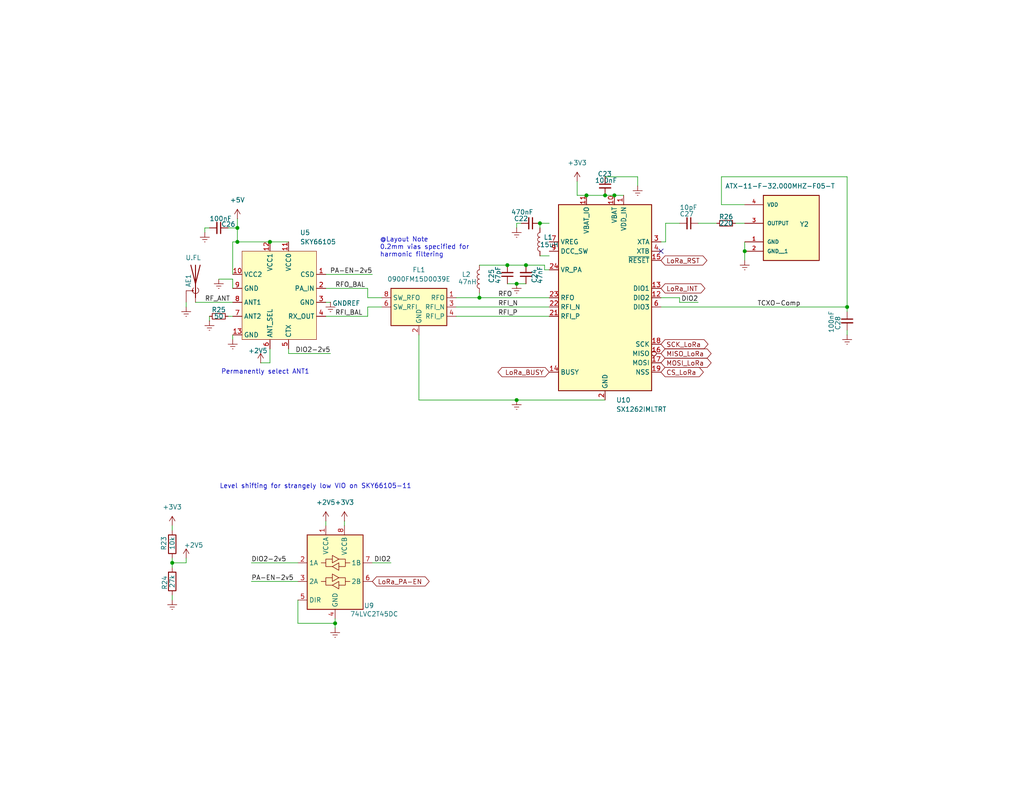
<source format=kicad_sch>
(kicad_sch (version 20250114) (generator "eeschema") (generator_version "9.0")
  (paper "USLetter")
  (title_block (title "WINTER 915MHz LoRa Radio") (date "2025-01-06") (rev "3.3") (company "SparrowTheNerd"))
  (lib_symbols
    (symbol "Device:Antenna_Shield" (pin_numbers (hide yes)) (pin_names (offset 1.016) (hide yes))
      (property "Reference" "AE" (at -1.905 4.445 0))
      (property "Value" "Antenna_Shield" (at -1.905 2.54 0))
      (symbol "Antenna_Shield_0_1"
        (arc (start 0 -2.667) (mid -0.8485 -2.1032) (end -0.508 -1.143))
        (polyline (pts (xy 0 5.08) (xy 0 -3.81)) (stroke (width 0.254)))
        (polyline (pts (xy 0 -2.54) (xy 0 0)))
        (arc (start 0.508 -1.143) (mid 0.8046 -2.0885) (end 0 -2.667))
        (polyline (pts (xy 0.762 -1.905) (xy 2.54 -1.905)))
        (circle (center 0.762 -1.905) (radius 0.1778) (fill (type outline)))
        (polyline (pts (xy 1.27 5.08) (xy 0 0) (xy -1.27 5.08)) (stroke (width 0.254)))
        (polyline (pts (xy 2.54 -2.54) (xy 2.54 -1.905)))
      )
      (symbol "Antenna_Shield_1_1"
        (pin input line (at 0 -5.08 90) (length 2.54) (name "A") (number "1"))
        (pin input line (at 2.54 -5.08 90) (length 2.54) (name "Shield") (number "2"))
      )
    )
    (symbol "Device:C_Small" (pin_numbers (hide yes)) (pin_names (offset 0.254) (hide yes))
      (property "Reference" "C" (at 0.254 1.778 0))
      (property "Value" "C_Small" (at 0.254 -2.032 0))
      (symbol "C_Small_0_1"
        (polyline (pts (xy -1.524 0.508) (xy 1.524 0.508)) (stroke (width 0.3048)))
        (polyline (pts (xy -1.524 -0.508) (xy 1.524 -0.508)) (stroke (width 0.3302)))
      )
      (symbol "C_Small_1_1"
        (pin passive line (at 0 2.54 270) (length 2.032) (name "~") (number "1"))
        (pin passive line (at 0 -2.54 90) (length 2.032) (name "~") (number "2"))
      )
    )
    (symbol "Device:L" (pin_numbers (hide yes)) (pin_names (offset 1.016) (hide yes))
      (property "Reference" "L" (at -1.27 0 90))
      (property "Value" "L" (at 1.905 0 90))
      (symbol "L_0_1"
        (arc (start 0 2.54) (mid 0.6323 1.905) (end 0 1.27))
        (arc (start 0 1.27) (mid 0.6323 0.635) (end 0 0))
        (arc (start 0 0) (mid 0.6323 -0.635) (end 0 -1.27))
        (arc (start 0 -1.27) (mid 0.6323 -1.905) (end 0 -2.54))
      )
      (symbol "L_1_1"
        (pin passive line (at 0 3.81 270) (length 1.27) (name "1") (number "1"))
        (pin passive line (at 0 -3.81 90) (length 1.27) (name "2") (number "2"))
      )
    )
    (symbol "Device:R" (pin_numbers (hide yes)) (pin_names (offset 0))
      (property "Reference" "R" (at 2.032 0 90))
      (property "Value" "R" (at 0 0 90))
      (symbol "R_0_1"
        (rectangle (start -1.016 -2.54) (end 1.016 2.54) (stroke (width 0.254)))
      )
      (symbol "R_1_1"
        (pin passive line (at 0 3.81 270) (length 1.27) (name "~") (number "1"))
        (pin passive line (at 0 -3.81 90) (length 1.27) (name "~") (number "2"))
      )
    )
    (symbol "Device:R_Small" (pin_numbers (hide yes)) (pin_names (offset 0.254) (hide yes))
      (property "Reference" "R" (at 0 0 90))
      (property "Value" "R_Small" (at 1.778 0 90))
      (symbol "R_Small_0_1"
        (rectangle (start -0.762 1.778) (end 0.762 -1.778) (stroke (width 0.2032)))
      )
      (symbol "R_Small_1_1"
        (pin passive line (at 0 2.54 270) (length 0.762) (name "~") (number "1"))
        (pin passive line (at 0 -2.54 90) (length 0.762) (name "~") (number "2"))
      )
    )
    (symbol "Filter:0900FM15K0039"
      (property "Reference" "FL" (at -6.35 -6.35 0))
      (property "Value" "0900FM15K0039" (at 0 6.35 0))
      (symbol "0900FM15K0039_0_0"
        (pin passive line (at -10.16 2.54 0) (length 2.54) (name "RFO") (number "1"))
        (pin passive line (at -10.16 0 0) (length 2.54) (name "RFI_N") (number "3"))
        (pin passive line (at -10.16 -2.54 0) (length 2.54) (name "RFI_P") (number "4"))
        (pin passive line (at 0 -7.62 90) (length 2.54) (hide yes) (name "GND") (number "10"))
        (pin power_in line (at 0 -7.62 90) (length 2.54) (name "GND") (number "2"))
        (pin passive line (at 0 -7.62 90) (length 2.54) (hide yes) (name "GND") (number "5"))
        (pin passive line (at 0 -7.62 90) (length 2.54) (hide yes) (name "GND") (number "7"))
        (pin passive line (at 0 -7.62 90) (length 2.54) (hide yes) (name "GND") (number "9"))
        (pin passive line (at 10.16 2.54 180) (length 2.54) (name "SW_RFO") (number "8"))
        (pin passive line (at 10.16 0 180) (length 2.54) (name "SW_RFI") (number "6"))
      )
      (symbol "0900FM15K0039_0_1"
        (rectangle (start -7.62 5.08) (end 7.62 -5.08) (stroke (width 0.254)) (fill (type background)))
      )
    )
    (symbol "Logic_LevelTranslator:74LVC2T45DC"
      (property "Reference" "U" (at 6.35 -11.43 0))
      (property "Value" "74LVC2T45DC" (at 10.16 11.43 0))
      (symbol "74LVC2T45DC_1_1"
        (rectangle (start -7.62 10.16) (end 7.62 -10.16) (stroke (width 0.254)) (fill (type background)))
        (polyline (pts (xy -2.54 2.54) (xy -2.54 3.556) (xy -0.762 3.556)))
        (polyline (pts (xy -2.54 -2.54) (xy -2.54 -1.524) (xy -0.762 -1.524)))
        (polyline (pts (xy -0.762 2.54) (xy -0.762 4.572) (xy 1.016 3.556) (xy -0.762 2.54)))
        (polyline (pts (xy -0.762 1.524) (xy -2.54 1.524) (xy -2.54 2.54) (xy -3.81 2.54)))
        (polyline (pts (xy -0.762 -2.54) (xy -0.762 -0.508) (xy 1.016 -1.524) (xy -0.762 -2.54)))
        (polyline (pts (xy -0.762 -3.556) (xy -2.54 -3.556) (xy -2.54 -2.54) (xy -3.81 -2.54)))
        (polyline (pts (xy 1.016 3.556) (xy 2.794 3.556) (xy 2.794 2.54) (xy 4.064 2.54)))
        (polyline (pts (xy 1.016 2.54) (xy 1.016 0.762) (xy 1.016 0.508) (xy -0.762 1.524) (xy 1.016 2.54)))
        (polyline (pts (xy 1.016 -1.524) (xy 2.794 -1.524) (xy 2.794 -2.54) (xy 4.064 -2.54)))
        (polyline (pts (xy 1.016 -2.54) (xy 1.016 -4.318) (xy 1.016 -4.572) (xy -0.762 -3.556) (xy 1.016 -2.54)))
        (polyline (pts (xy 2.794 2.54) (xy 2.794 1.524) (xy 1.016 1.524)))
        (polyline (pts (xy 2.794 -2.54) (xy 2.794 -3.556) (xy 1.016 -3.556)))
        (pin bidirectional line (at -10.16 2.54 0) (length 2.54) (name "1A") (number "2"))
        (pin bidirectional line (at -10.16 -2.54 0) (length 2.54) (name "2A") (number "3"))
        (pin input line (at -10.16 -7.62 0) (length 2.54) (name "DIR") (number "5"))
        (pin power_in line (at -2.54 12.7 270) (length 2.54) (name "VCCA") (number "1"))
        (pin power_in line (at 0 -12.7 90) (length 2.54) (name "GND") (number "4"))
        (pin power_in line (at 2.54 12.7 270) (length 2.54) (name "VCCB") (number "8"))
        (pin bidirectional line (at 10.16 2.54 180) (length 2.54) (name "1B") (number "7"))
        (pin bidirectional line (at 10.16 -2.54 180) (length 2.54) (name "2B") (number "6"))
      )
    )
    (symbol "RF:SX1262IMLTRT"
      (property "Reference" "U" (at 13.97 24.13 0))
      (property "Value" "SX1262IMLTRT" (at 13.97 21.59 0))
      (symbol "SX1262IMLTRT_0_1"
        (rectangle (start -12.7 25.4) (end 12.7 -25.4) (stroke (width 0.254)) (fill (type background)))
      )
      (symbol "SX1262IMLTRT_1_1"
        (pin bidirectional line (at -15.24 15.24 0) (length 2.54) (name "XTA") (number "3"))
        (pin bidirectional line (at -15.24 12.7 0) (length 2.54) (name "XTB") (number "4"))
        (pin input line (at -15.24 10.16 0) (length 2.54) (name "~{RESET}") (number "15"))
        (pin bidirectional line (at -15.24 2.54 0) (length 2.54) (name "DIO1") (number "13"))
        (pin bidirectional line (at -15.24 0 0) (length 2.54) (name "DIO2") (number "12"))
        (pin bidirectional line (at -15.24 -2.54 0) (length 2.54) (name "DIO3") (number "6"))
        (pin input line (at -15.24 -12.7 0) (length 2.54) (name "SCK") (number "18"))
        (pin tri_state inverted (at -15.24 -15.24 0) (length 2.54) (name "MISO") (number "16"))
        (pin input line (at -15.24 -17.78 0) (length 2.54) (name "MOSI") (number "17"))
        (pin input line (at -15.24 -20.32 0) (length 2.54) (name "NSS") (number "19"))
        (pin power_in line (at -5.08 27.94 270) (length 2.54) (name "VDD_IN") (number "1"))
        (pin power_in line (at -2.54 27.94 270) (length 2.54) (name "VBAT") (number "10"))
        (pin power_in line (at 0 -27.94 90) (length 2.54) (name "GND") (number "2"))
        (pin passive line (at 0 -27.94 90) (length 2.54) (hide yes) (name "GND") (number "20"))
        (pin passive line (at 0 -27.94 90) (length 2.54) (hide yes) (name "GND") (number "25"))
        (pin passive line (at 0 -27.94 90) (length 2.54) (hide yes) (name "GND") (number "5"))
        (pin passive line (at 0 -27.94 90) (length 2.54) (hide yes) (name "GND") (number "8"))
        (pin power_in line (at 5.08 27.94 270) (length 2.54) (name "VBAT_IO") (number "11"))
        (pin power_out line (at 15.24 15.24 180) (length 2.54) (name "VREG") (number "7"))
        (pin power_out line (at 15.24 12.7 180) (length 2.54) (name "DCC_SW") (number "9"))
        (pin power_out line (at 15.24 7.62 180) (length 2.54) (name "VR_PA") (number "24"))
        (pin output line (at 15.24 0 180) (length 2.54) (name "RFO") (number "23"))
        (pin input line (at 15.24 -2.54 180) (length 2.54) (name "RFI_N") (number "22"))
        (pin input line (at 15.24 -5.08 180) (length 2.54) (name "RFI_P") (number "21"))
        (pin output line (at 15.24 -20.32 180) (length 2.54) (name "BUSY") (number "14"))
      )
    )
    (symbol "WINTER_components:ATX-11-F-32.000MHZ-F05-T" (pin_names (offset 1.016))
      (property "Reference" "Y" (at -7.62 8.382 0))
      (property "Value" "ATX-11-F-32.000MHZ-F05-T" (at -7.62 -10.922 0))
      (symbol "ATX-11-F-32.000MHZ-F05-T_0_0"
        (rectangle (start -7.62 7.62) (end 7.62 -10.16) (stroke (width 0.254)) (fill (type background)))
        (pin power_in line (at 12.7 5.08 180) (length 5.08) (name "VDD") (number "4"))
        (pin output line (at 12.7 0 180) (length 5.08) (name "OUTPUT") (number "3"))
        (pin power_in line (at 12.7 -5.08 180) (length 5.08) (name "GND") (number "1"))
        (pin power_in line (at 12.7 -7.62 180) (length 5.08) (name "GND__1") (number "2"))
      )
    )
    (symbol "WINTER_components:SKY66105-11"
      (property "Reference" "U" (at 0 0 0))
      (symbol "SKY66105-11_0_1"
        (rectangle (start -10.16 12.7) (end 10.16 -11.43) (stroke (width 0.127) (color 132 0 0 1)) (fill (type background)))
      )
      (symbol "SKY66105-11_1_1"
        (pin input line (at -12.7 6.35 0) (length 2.54) (name "CSD") (number "1"))
        (pin input line (at -12.7 2.54 0) (length 2.54) (name "PA_IN") (number "2"))
        (pin power_in line (at -12.7 -1.27 0) (length 2.54) (name "GND") (number "3"))
        (pin output line (at -12.7 -5.08 0) (length 2.54) (name "RX_OUT") (number "4"))
        (pin power_in line (at -2.54 15.24 270) (length 2.54) (name "VCC0") (number "11"))
        (pin input line (at -2.54 -13.97 90) (length 2.54) (name "CTX") (number "5"))
        (pin power_in line (at 2.54 15.24 270) (length 2.54) (name "VCC1") (number "12"))
        (pin input line (at 2.54 -13.97 90) (length 2.54) (name "ANT_SEL") (number "6"))
        (pin power_in line (at 12.7 6.35 180) (length 2.54) (name "VCC2") (number "10"))
        (pin power_in line (at 12.7 2.54 180) (length 2.54) (name "GND") (number "9"))
        (pin output line (at 12.7 -1.27 180) (length 2.54) (name "ANT1") (number "8"))
        (pin output line (at 12.7 -5.08 180) (length 2.54) (name "ANT2") (number "7"))
        (pin power_in line (at 12.7 -10.16 180) (length 2.54) (name "GND") (number "13"))
      )
    )
    (symbol "power:+3V0" (power) (pin_numbers (hide yes)) (pin_names (offset 0) (hide yes))
      (property "Value" "+3V0" (at 0 3.556 0))
      (symbol "+3V0_0_1"
        (polyline (pts (xy -0.762 1.27) (xy 0 2.54)))
        (polyline (pts (xy 0 2.54) (xy 0.762 1.27)))
        (polyline (pts (xy 0 0) (xy 0 2.54)))
      )
      (symbol "+3V0_1_1"
        (pin power_in line (at 0 0 90) (length 0) (name "~") (number "1"))
      )
    )
    (symbol "power:+3V3" (power) (pin_numbers (hide yes)) (pin_names (offset 0) (hide yes))
      (property "Value" "+3V3" (at 0 3.556 0))
      (symbol "+3V3_0_1"
        (polyline (pts (xy -0.762 1.27) (xy 0 2.54)))
        (polyline (pts (xy 0 2.54) (xy 0.762 1.27)))
        (polyline (pts (xy 0 0) (xy 0 2.54)))
      )
      (symbol "+3V3_1_1"
        (pin power_in line (at 0 0 90) (length 0) (name "~") (number "1"))
      )
    )
    (symbol "power:+5V" (power) (pin_numbers (hide yes)) (pin_names (offset 0) (hide yes))
      (property "Value" "+5V" (at 0 3.556 0))
      (symbol "+5V_0_1"
        (polyline (pts (xy -0.762 1.27) (xy 0 2.54)))
        (polyline (pts (xy 0 2.54) (xy 0.762 1.27)))
        (polyline (pts (xy 0 0) (xy 0 2.54)))
      )
      (symbol "+5V_1_1"
        (pin power_in line (at 0 0 90) (length 0) (name "~") (number "1"))
      )
    )
    (symbol "power:GNDREF" (power) (pin_numbers (hide yes)) (pin_names (offset 0) (hide yes))
      (property "Value" "GNDREF" (at 0 -3.81 0))
      (symbol "GNDREF_0_1"
        (polyline (pts (xy -0.635 -1.905) (xy 0.635 -1.905)))
        (polyline (pts (xy -0.127 -2.54) (xy 0.127 -2.54)))
        (polyline (pts (xy 0 -1.27) (xy 0 0)))
        (polyline (pts (xy 1.27 -1.27) (xy -1.27 -1.27)))
      )
      (symbol "GNDREF_1_1"
        (pin power_in line (at 0 0 270) (length 0) (name "~") (number "1"))
      )
    )
  )
  (text "Permanently select ANT1\n" (at 72.39 101.6 0) (effects (font (size 1.27 1.27))))
  (text "@Layout Note\n0.2mm vias specified for \nharmonic filtering" (at 103.632 67.564 0) (effects (font (size 1.27 1.27)) (justify left)))
  (text "Level shifting for strangely low VIO on SKY66105-11" (at 86.106 132.842 0) (effects (font (size 1.27 1.27))))
  (junction (at 130.81 81.28))
  (junction (at 140.97 109.22))
  (junction (at 165.1 53.34))
  (junction (at 46.99 153.67))
  (junction (at 138.43 72.39))
  (junction (at 64.77 66.04))
  (junction (at 167.64 53.34))
  (junction (at 73.66 66.04))
  (junction (at 203.2 68.58))
  (junction (at 160.02 53.34))
  (junction (at 64.77 62.23))
  (junction (at 231.14 83.82))
  (junction (at 140.97 77.47))
  (junction (at 147.32 60.96))
  (junction (at 91.44 170.18))
  (junction (at 143.51 72.39))
  (no_connect (at 180.34 68.58))
  (wire (pts (xy 138.43 77.47) (xy 140.97 77.47)))
  (wire (pts (xy 196.85 48.26) (xy 231.14 48.26)))
  (wire (pts (xy 200.66 60.96) (xy 203.2 60.96)))
  (wire (pts (xy 46.99 153.67) (xy 46.99 154.94)))
  (wire (pts (xy 124.46 86.36) (xy 149.86 86.36)))
  (wire (pts (xy 231.14 48.26) (xy 231.14 83.82)))
  (wire (pts (xy 91.44 171.45) (xy 91.44 170.18)))
  (wire (pts (xy 78.74 96.52) (xy 78.74 95.25)))
  (wire (pts (xy 53.34 82.55) (xy 63.5 82.55)))
  (wire (pts (xy 63.5 92.71) (xy 63.5 91.44)))
  (wire (pts (xy 114.3 109.22) (xy 140.97 109.22)))
  (wire (pts (xy 63.5 78.74) (xy 63.5 76.2)))
  (wire (pts (xy 185.42 81.28) (xy 180.34 81.28)))
  (wire (pts (xy 100.33 78.74) (xy 88.9 78.74)))
  (wire (pts (xy 68.58 158.75) (xy 81.28 158.75)))
  (wire (pts (xy 88.9 86.36) (xy 100.33 86.36)))
  (wire (pts (xy 88.9 82.55) (xy 90.17 82.55)))
  (wire (pts (xy 165.1 48.26) (xy 173.99 48.26)))
  (wire (pts (xy 57.15 62.23) (xy 55.88 62.23)))
  (wire (pts (xy 46.99 163.83) (xy 46.99 162.56)))
  (wire (pts (xy 124.46 83.82) (xy 149.86 83.82)))
  (wire (pts (xy 63.5 66.04) (xy 64.77 66.04)))
  (wire (pts (xy 73.66 99.06) (xy 71.12 99.06)))
  (wire (pts (xy 140.97 109.22) (xy 165.1 109.22)))
  (wire (pts (xy 231.14 90.17) (xy 231.14 91.44)))
  (wire (pts (xy 100.33 81.28) (xy 104.14 81.28)))
  (wire (pts (xy 81.28 170.18) (xy 91.44 170.18)))
  (wire (pts (xy 203.2 68.58) (xy 203.2 71.12)))
  (wire (pts (xy 138.43 72.39) (xy 143.51 72.39)))
  (wire (pts (xy 190.5 60.96) (xy 195.58 60.96)))
  (wire (pts (xy 140.97 60.96) (xy 142.24 60.96)))
  (wire (pts (xy 148.59 73.66) (xy 149.86 73.66)))
  (wire (pts (xy 50.8 152.4) (xy 50.8 153.67)))
  (wire (pts (xy 160.02 53.34) (xy 165.1 53.34)))
  (wire (pts (xy 64.77 59.69) (xy 64.77 62.23)))
  (wire (pts (xy 181.61 60.96) (xy 185.42 60.96)))
  (wire (pts (xy 130.81 72.39) (xy 138.43 72.39)))
  (wire (pts (xy 63.5 76.2) (xy 59.69 76.2)))
  (wire (pts (xy 50.8 82.55) (xy 50.8 83.82)))
  (wire (pts (xy 124.46 81.28) (xy 130.81 81.28)))
  (wire (pts (xy 167.64 53.34) (xy 170.18 53.34)))
  (wire (pts (xy 68.58 153.67) (xy 81.28 153.67)))
  (wire (pts (xy 165.1 53.34) (xy 167.64 53.34)))
  (wire (pts (xy 93.98 142.24) (xy 93.98 143.51)))
  (wire (pts (xy 180.34 83.82) (xy 231.14 83.82)))
  (wire (pts (xy 157.48 49.53) (xy 157.48 53.34)))
  (wire (pts (xy 181.61 66.04) (xy 181.61 60.96)))
  (wire (pts (xy 62.23 86.36) (xy 63.5 86.36)))
  (wire (pts (xy 181.61 66.04) (xy 180.34 66.04)))
  (wire (pts (xy 148.59 72.39) (xy 148.59 73.66)))
  (wire (pts (xy 90.17 96.52) (xy 78.74 96.52)))
  (wire (pts (xy 64.77 62.23) (xy 64.77 66.04)))
  (wire (pts (xy 100.33 86.36) (xy 100.33 83.82)))
  (wire (pts (xy 63.5 66.04) (xy 63.5 74.93)))
  (wire (pts (xy 185.42 82.55) (xy 190.5 82.55)))
  (wire (pts (xy 185.42 82.55) (xy 185.42 81.28)))
  (wire (pts (xy 57.15 86.36) (xy 57.15 87.63)))
  (wire (pts (xy 64.77 66.04) (xy 73.66 66.04)))
  (wire (pts (xy 130.81 81.28) (xy 149.86 81.28)))
  (wire (pts (xy 173.99 48.26) (xy 173.99 50.8)))
  (wire (pts (xy 147.32 69.85) (xy 149.86 69.85)))
  (wire (pts (xy 143.51 72.39) (xy 148.59 72.39)))
  (wire (pts (xy 130.81 80.01) (xy 130.81 81.28)))
  (wire (pts (xy 140.97 62.23) (xy 140.97 60.96)))
  (wire (pts (xy 73.66 95.25) (xy 73.66 99.06)))
  (wire (pts (xy 62.23 62.23) (xy 64.77 62.23)))
  (wire (pts (xy 203.2 55.88) (xy 196.85 55.88)))
  (wire (pts (xy 91.44 170.18) (xy 91.44 168.91)))
  (wire (pts (xy 46.99 143.51) (xy 46.99 144.78)))
  (wire (pts (xy 114.3 91.44) (xy 114.3 109.22)))
  (wire (pts (xy 157.48 53.34) (xy 160.02 53.34)))
  (wire (pts (xy 100.33 81.28) (xy 100.33 78.74)))
  (wire (pts (xy 196.85 48.26) (xy 196.85 55.88)))
  (wire (pts (xy 81.28 163.83) (xy 81.28 170.18)))
  (wire (pts (xy 73.66 66.04) (xy 78.74 66.04)))
  (wire (pts (xy 46.99 152.4) (xy 46.99 153.67)))
  (wire (pts (xy 55.88 62.23) (xy 55.88 63.5)))
  (wire (pts (xy 147.32 60.96) (xy 149.86 60.96)))
  (wire (pts (xy 203.2 68.58) (xy 203.2 66.04)))
  (wire (pts (xy 50.8 153.67) (xy 46.99 153.67)))
  (wire (pts (xy 88.9 142.24) (xy 88.9 143.51)))
  (wire (pts (xy 231.14 85.09) (xy 231.14 83.82)))
  (wire (pts (xy 101.6 153.67) (xy 106.68 153.67)))
  (wire (pts (xy 140.97 77.47) (xy 143.51 77.47)))
  (wire (pts (xy 100.33 83.82) (xy 104.14 83.82)))
  (wire (pts (xy 88.9 74.93) (xy 101.6 74.93)))
  (wire (pts (xy 147.32 62.23) (xy 147.32 60.96)))
  (label "DIO2" (at 190.5 82.55 180))
  (label "RF_ANT" (at 55.88 82.55 0))
  (label "RFI_P" (at 135.89 86.36 0))
  (label "RFO" (at 135.89 81.28 0))
  (label "DIO2" (at 106.68 153.67 180))
  (label "RFI_N" (at 135.89 83.82 0))
  (label "DIO2-2v5" (at 90.17 96.52 180))
  (label "TCXO-Comp" (at 218.44 83.82 180))
  (label "PA-EN-2v5" (at 68.58 158.75 0))
  (label "DIO2-2v5" (at 68.58 153.67 0))
  (label "RFI_BAL" (at 91.44 86.36 0))
  (label "PA-EN-2v5" (at 101.6 74.93 180))
  (label "RFO_BAL" (at 91.44 78.74 0))
  (global_label "LoRa_PA-EN" (shape bidirectional) (at 101.6 158.75 0) (property "Intersheetrefs" "${INTERSHEET_REFS}" (effects (hide yes))))
  (global_label "MOSI_LoRa" (shape bidirectional) (at 180.34 99.06 0) (property "Intersheetrefs" "${INTERSHEET_REFS}" (effects (hide yes))))
  (global_label "CS_LoRa" (shape bidirectional) (at 180.34 101.6 0) (property "Intersheetrefs" "${INTERSHEET_REFS}" (effects (hide yes))))
  (global_label "LoRa_INT" (shape bidirectional) (at 180.34 78.74 0) (property "Intersheetrefs" "${INTERSHEET_REFS}" (effects (hide yes))))
  (global_label "SCK_LoRa" (shape bidirectional) (at 180.34 93.98 0) (property "Intersheetrefs" "${INTERSHEET_REFS}" (effects (hide yes))))
  (global_label "LoRa_BUSY" (shape bidirectional) (at 149.86 101.6 180) (property "Intersheetrefs" "${INTERSHEET_REFS}" (effects (hide yes))))
  (global_label "LoRa_RST" (shape bidirectional) (at 180.34 71.12 0) (property "Intersheetrefs" "${INTERSHEET_REFS}" (effects (hide yes))))
  (global_label "MISO_LoRa" (shape bidirectional) (at 180.34 96.52 0) (property "Intersheetrefs" "${INTERSHEET_REFS}" (effects (hide yes))))
  (symbol (lib_id "Device:C_Small") (at 165.1 50.8 0) (unit 1)
    (property "Reference" "C23" (at 163.068 47.498 0) (effects (justify left)))
    (property "Value" "100nF" (at 162.306 49.276 0) (effects (justify left)))
    (property "Footprint" "Capacitor_SMD:C_0603_1608Metric" (effects (hide yes)))
    (property "Description" "Unpolarized capacitor, small symbol" (effects (hide yes)))
    (property "Product ID" "CL10B104KB8NNNL" (effects (hide yes)))
    (property "LCSC" "C1590" (effects (hide yes)))
  )
  (symbol (lib_id "power:GNDREF") (at 90.17 82.55 0) (mirror y) (unit 1)
    (property "Reference" "#PWR0142" (effects (hide yes)))
    (property "Value" "GNDREF" (at 94.488 82.804 0))
    (property "Description" "Power symbol creates a global label with name \"GNDREF\" , reference supply ground" (effects (hide yes)))
  )
  (symbol (lib_id "power:GNDREF") (at 140.97 62.23 0) (mirror y) (unit 1)
    (property "Reference" "#PWR0152" (effects (hide yes)))
    (property "Value" "GNDREF" (effects (hide yes)))
    (property "Description" "Power symbol creates a global label with name \"GNDREF\" , reference supply ground" (effects (hide yes)))
  )
  (symbol (lib_id "power:GNDREF") (at 140.97 77.47 0) (mirror y) (unit 1)
    (property "Reference" "#PWR0149" (effects (hide yes)))
    (property "Value" "GNDREF" (effects (hide yes)))
    (property "Description" "Power symbol creates a global label with name \"GNDREF\" , reference supply ground" (effects (hide yes)))
  )
  (symbol (lib_id "Device:Antenna_Shield") (at 53.34 77.47 0) (mirror y) (unit 1)
    (property "Reference" "AE1" (at 51.4036 78.457 90) (effects (justify left)))
    (property "Value" "U.FL" (at 54.864 70.358 0) (effects (justify left)))
    (property "Footprint" "Connector_Coaxial:U.FL_Molex_MCRF_73412-0110_Vertical" (effects (hide yes)))
    (property "Description" "Antenna with extra pin for shielding" (effects (hide yes)))
    (property "Product ID" "73412-0110" (effects (hide yes)))
    (property "LCSC" "C434806" (effects (hide yes)))
    (property "Mouser ID" "538-73412-0110 " (effects (hide yes)))
  )
  (symbol (lib_id "Device:R_Small") (at 198.12 60.96 270) (unit 1)
    (property "Reference" "R26" (at 198.12 59.182 90))
    (property "Value" "220" (at 198.12 60.96 90))
    (property "Footprint" "Resistor_SMD:R_0603_1608Metric" (effects (hide yes)))
    (property "Description" "Resistor, small symbol" (effects (hide yes)))
    (property "LCSC" "C25091" (effects (hide yes)))
    (property "Product ID" "CRGCQ0603J220R" (effects (hide yes)))
  )
  (symbol (lib_id "Device:R_Small") (at 59.69 86.36 270) (unit 1)
    (property "Reference" "R25" (at 59.69 84.582 90))
    (property "Value" "50" (at 59.69 86.36 90))
    (property "Footprint" "Resistor_SMD:R_0402_1005Metric" (effects (hide yes)))
    (property "Description" "Resistor, small symbol" (effects (hide yes)))
    (property "LCSC" "C227387" (effects (hide yes)))
    (property "Product ID" "RT0402BRE0750RL" (effects (hide yes)))
  )
  (symbol (lib_id "power:GNDREF") (at 173.99 50.8 0) (mirror y) (unit 1)
    (property "Reference" "#PWR0154" (effects (hide yes)))
    (property "Value" "GNDREF" (effects (hide yes)))
    (property "Description" "Power symbol creates a global label with name \"GNDREF\" , reference supply ground" (effects (hide yes)))
  )
  (symbol (lib_id "WINTER_components:ATX-11-F-32.000MHZ-F05-T") (at 215.9 60.96 0) (mirror y) (unit 1)
    (property "Reference" "Y2" (at 219.456 61.214 0))
    (property "Value" "ATX-11-F-32.000MHZ-F05-T" (at 212.852 50.8 0))
    (property "Footprint" "WINTERfootprints:OSC_ATX-11-F-32.000MHZ-F05-T" (effects (hide yes)))
    (property "PARTREV" "11-11-20" (effects (hide yes)))
    (property "MANUFACTURER" "Abracon" (effects (hide yes)))
    (property "MAXIMUM_PACKAGE_HEIGHT" "1.2mm" (effects (hide yes)))
    (property "STANDARD" "Manufacturer Recommendations" (effects (hide yes)))
    (property "Product ID" "ATX-11-F-32.000MHZ-F05-T" (effects (hide yes)))
    (property "LCSC" "C5978624" (effects (hide yes)))
  )
  (symbol (lib_id "Device:R") (at 46.99 148.59 0) (unit 1)
    (property "Reference" "R23" (at 44.704 148.336 90))
    (property "Value" "10k" (at 46.99 148.336 90))
    (property "Footprint" "Resistor_SMD:R_0603_1608Metric" (effects (hide yes)))
    (property "Description" "Resistor" (effects (hide yes)))
    (property "Product ID" "ERJ-PA3F1002V" (effects (hide yes)))
    (property "LCSC" "C21190" (effects (hide yes)))
  )
  (symbol (lib_id "RF:SX1262IMLTRT") (at 165.1 81.28 0) (mirror y) (unit 1)
    (property "Reference" "U10" (at 168.1165 109.22 0) (effects (justify right)))
    (property "Value" "SX1262IMLTRT" (at 168.1165 111.76 0) (effects (justify right)))
    (property "Footprint" "Package_DFN_QFN:QFN-24-1EP_4x4mm_P0.5mm_EP2.6x2.6mm" (effects (hide yes)))
    (property "Datasheet" "https://semtech.file.force.com/sfc/dist/version/download/?oid=00DE0000000JelG&ids=0682R00000IjPWSQA3&d=%2Fa%2F2R000000Un7F%2FyT.fKdAr9ZAo3cJLc4F2cBdUsMftpT2vsOICP7NmvMo" (effects (hide yes)))
    (property "Description" "150 MHz to 960 MHz Low Power Long Range Transceiver, 22dBm output power, spreading factor from 5 to 12, LoRA, QFN-24" (effects (hide yes)))
    (property "Product ID" "SX1262IMLTRT" (effects (hide yes)))
    (property "LCSC" "C191341" (effects (hide yes)))
  )
  (symbol (lib_id "power:GNDREF") (at 57.15 87.63 0) (mirror y) (unit 1)
    (property "Reference" "#PWR0146" (effects (hide yes)))
    (property "Value" "GNDREF" (effects (hide yes)))
    (property "Description" "Power symbol creates a global label with name \"GNDREF\" , reference supply ground" (effects (hide yes)))
  )
  (symbol (lib_id "power:GNDREF") (at 231.14 91.44 0) (mirror y) (unit 1)
    (property "Reference" "#PWR0153" (effects (hide yes)))
    (property "Value" "GNDREF" (effects (hide yes)))
    (property "Description" "Power symbol creates a global label with name \"GNDREF\" , reference supply ground" (effects (hide yes)))
  )
  (symbol (lib_id "WINTER_components:SKY66105-11") (at 76.2 81.28 0) (mirror y) (unit 1)
    (property "Reference" "U5" (at 81.8581 63.5 0) (effects (justify right)))
    (property "Value" "SKY66105" (at 81.8581 66.04 0) (effects (justify right)))
    (property "Footprint" "WINTERfootprints:SKY66105-11" (effects (hide yes)))
    (property "LCSC" "C2654446" (effects (hide yes)))
    (property "Product ID" "SKY66105" (effects (hide yes)))
  )
  (symbol (lib_id "power:+3V3") (at 93.98 142.24 0) (unit 1)
    (property "Reference" "#PWR0158" (effects (hide yes)))
    (property "Value" "+3V3" (at 93.98 137.16 0))
    (property "Description" "Power symbol creates a global label with name \"+3V3\"" (effects (hide yes)))
  )
  (symbol (lib_id "power:GNDREF") (at 50.8 83.82 0) (mirror y) (unit 1)
    (property "Reference" "#PWR0147" (effects (hide yes)))
    (property "Value" "GNDREF" (effects (hide yes)))
    (property "Description" "Power symbol creates a global label with name \"GNDREF\" , reference supply ground" (effects (hide yes)))
  )
  (symbol (lib_id "power:+5V") (at 64.77 59.69 0) (unit 1)
    (property "Reference" "#PWR0148" (effects (hide yes)))
    (property "Value" "+5V" (at 64.77 54.61 0))
    (property "Description" "Power symbol creates a global label with name \"+5V\"" (effects (hide yes)))
  )
  (symbol (lib_id "power:+3V0") (at 50.8 152.4 0) (unit 1)
    (property "Reference" "#PWR0161" (effects (hide yes)))
    (property "Value" "+2V5" (at 52.832 148.844 0))
    (property "Description" "Power symbol creates a global label with name \"+3V0\"" (effects (hide yes)))
  )
  (symbol (lib_id "Filter:0900FM15K0039") (at 114.3 83.82 0) (mirror y) (unit 1)
    (property "Reference" "FL1" (at 114.3 73.66 0))
    (property "Value" "0900FM15D0039E" (at 114.3 76.2 0))
    (property "Footprint" "RF_Converter:Balun_Johanson_0900FM15K0039" (effects (hide yes)))
    (property "Datasheet" "https://www.johansontechnology.com/datasheets/0900FM15K0039/0900FM15K0039.pdf" (effects (hide yes)))
    (property "Description" "868MHz/915MHz Sub-GHz Impedance Matched Filter integrated passive for Semtech SX1261, SX1262, LLCC68" (effects (hide yes)))
    (property "Product ID" "0900FM15D0039E" (effects (hide yes)))
    (property "LCSC" "C1513363" (effects (hide yes)))
  )
  (symbol (lib_id "power:GNDREF") (at 203.2 71.12 0) (mirror y) (unit 1)
    (property "Reference" "#PWR0155" (effects (hide yes)))
    (property "Value" "GNDREF" (effects (hide yes)))
    (property "Description" "Power symbol creates a global label with name \"GNDREF\" , reference supply ground" (effects (hide yes)))
  )
  (symbol (lib_id "power:GNDREF") (at 91.44 171.45 0) (mirror y) (unit 1)
    (property "Reference" "#PWR0160" (effects (hide yes)))
    (property "Value" "GNDREF" (effects (hide yes)))
    (property "Description" "Power symbol creates a global label with name \"GNDREF\" , reference supply ground" (effects (hide yes)))
  )
  (symbol (lib_id "Device:C_Small") (at 231.14 87.63 0) (unit 1)
    (property "Reference" "C28" (at 228.6 90.17 90) (effects (justify left)))
    (property "Value" "100nF" (at 226.822 90.932 90) (effects (justify left)))
    (property "Footprint" "Capacitor_SMD:C_0603_1608Metric" (effects (hide yes)))
    (property "Description" "Unpolarized capacitor, small symbol" (effects (hide yes)))
    (property "Product ID" "CL10B104KB8NNNL" (effects (hide yes)))
    (property "LCSC" "C1590" (effects (hide yes)))
  )
  (symbol (lib_id "Device:C_Small") (at 59.69 62.23 270) (unit 1)
    (property "Reference" "C26" (at 60.3622 61.2304 90) (effects (justify left)))
    (property "Value" "100nF" (at 57.15 59.69 90) (effects (justify left)))
    (property "Footprint" "Capacitor_SMD:C_0603_1608Metric" (effects (hide yes)))
    (property "Description" "Unpolarized capacitor, small symbol" (effects (hide yes)))
    (property "Product ID" "CL10B104KB8NNNL" (effects (hide yes)))
    (property "LCSC" "C1590" (effects (hide yes)))
  )
  (symbol (lib_id "Device:C_Small") (at 138.43 74.93 180) (unit 1)
    (property "Reference" "C25" (at 134.112 73.406 90) (effects (justify left)))
    (property "Value" "47pF" (at 135.89 72.644 90) (effects (justify left)))
    (property "Footprint" "Capacitor_SMD:C_0201_0603Metric" (effects (hide yes)))
    (property "Description" "Unpolarized capacitor, small symbol" (effects (hide yes)))
    (property "Product ID" "GCM0335C1E470JA16D" (effects (hide yes)))
    (property "LCSC" "C85908" (effects (hide yes)))
  )
  (symbol (lib_id "power:GNDREF") (at 46.99 163.83 0) (mirror y) (unit 1)
    (property "Reference" "#PWR0156" (effects (hide yes)))
    (property "Value" "GNDREF" (effects (hide yes)))
    (property "Description" "Power symbol creates a global label with name \"GNDREF\" , reference supply ground" (effects (hide yes)))
  )
  (symbol (lib_id "Logic_LevelTranslator:74LVC2T45DC") (at 91.44 156.21 0) (unit 1)
    (property "Reference" "U9" (at 99.314 165.354 0) (effects (justify left)))
    (property "Value" "74LVC2T45DC" (at 95.504 167.64 0) (effects (justify left)))
    (property "Footprint" "Package_SO:VSSOP-8_2.3x2mm_P0.5mm" (effects (hide yes)))
    (property "Datasheet" "https://assets.nexperia.com/documents/data-sheet/74LVC_LVCH2T45.pdf" (effects (hide yes)))
    (property "Description" "Dual supply translating transceiver, 3-state, 2-bit, VSSOP-8" (effects (hide yes)))
    (property "LCSC" "C15741" (effects (hide yes)))
    (property "Product ID" "74LVC2T45DC" (effects (hide yes)))
  )
  (symbol (lib_id "Device:C_Small") (at 144.78 60.96 270) (unit 1)
    (property "Reference" "C22" (at 140.208 59.69 90) (effects (justify left)))
    (property "Value" "470nF" (at 139.446 57.912 90) (effects (justify left)))
    (property "Footprint" "Capacitor_SMD:C_0603_1608Metric" (effects (hide yes)))
    (property "Description" "Unpolarized capacitor, small symbol" (effects (hide yes)))
    (property "Product ID" "CL10B474KA8NFNC" (effects (hide yes)))
    (property "LCSC" "C1623" (effects (hide yes)))
  )
  (symbol (lib_id "power:+3V0") (at 71.12 99.06 0) (unit 1)
    (property "Reference" "#PWR0157" (effects (hide yes)))
    (property "Value" "+2V5" (at 70.358 95.758 0))
    (property "Description" "Power symbol creates a global label with name \"+3V0\"" (effects (hide yes)))
  )
  (symbol (lib_id "Device:R") (at 46.99 158.75 0) (unit 1)
    (property "Reference" "R24" (at 44.9406 159.0802 90))
    (property "Value" "27k" (at 46.99 158.75 90))
    (property "Footprint" "Resistor_SMD:R_0603_1608Metric" (effects (hide yes)))
    (property "Description" "Resistor" (effects (hide yes)))
    (property "Product ID" "RMCF0603JT27K0" (effects (hide yes)))
    (property "LCSC" "C4211" (effects (hide yes)))
  )
  (symbol (lib_id "power:+3V3") (at 46.99 143.51 0) (unit 1)
    (property "Reference" "#PWR0162" (effects (hide yes)))
    (property "Value" "+3V3" (at 46.99 138.43 0))
    (property "Description" "Power symbol creates a global label with name \"+3V3\"" (effects (hide yes)))
  )
  (symbol (lib_id "power:GNDREF") (at 63.5 92.71 0) (mirror y) (unit 1)
    (property "Reference" "#PWR0145" (effects (hide yes)))
    (property "Value" "GNDREF" (effects (hide yes)))
    (property "Description" "Power symbol creates a global label with name \"GNDREF\" , reference supply ground" (effects (hide yes)))
  )
  (symbol (lib_id "power:+3V0") (at 88.9 142.24 0) (unit 1)
    (property "Reference" "#PWR0159" (effects (hide yes)))
    (property "Value" "+2V5" (at 88.9 137.16 0))
    (property "Description" "Power symbol creates a global label with name \"+3V0\"" (effects (hide yes)))
  )
  (symbol (lib_id "Device:L") (at 147.32 66.04 180) (unit 1)
    (property "Reference" "L1" (at 148.336 64.77 0) (effects (justify right)))
    (property "Value" "15uH" (at 147.32 66.802 0) (effects (justify right)))
    (property "Footprint" "Inductor_SMD:L_0805_2012Metric" (effects (hide yes)))
    (property "Description" "Inductor" (effects (hide yes)))
    (property "Product ID" "MLZ2012M150WT000" (effects (hide yes)))
    (property "LCSC" "C383402" (effects (hide yes)))
  )
  (symbol (lib_id "Device:C_Small") (at 143.51 74.93 180) (unit 1)
    (property "Reference" "C24" (at 145.796 73.406 90) (effects (justify left)))
    (property "Value" "47nF" (at 147.32 72.644 90) (effects (justify left)))
    (property "Footprint" "Capacitor_SMD:C_0201_0603Metric" (effects (hide yes)))
    (property "Description" "Unpolarized capacitor, small symbol" (effects (hide yes)))
    (property "Product ID" "GRT033R61C473KE01J" (effects (hide yes)))
    (property "LCSC" "C85925" (effects (hide yes)))
  )
  (symbol (lib_id "power:GNDREF") (at 59.69 76.2 0) (mirror y) (unit 1)
    (property "Reference" "#PWR0144" (effects (hide yes)))
    (property "Value" "GNDREF" (effects (hide yes)))
    (property "Description" "Power symbol creates a global label with name \"GNDREF\" , reference supply ground" (effects (hide yes)))
  )
  (symbol (lib_id "power:+3V3") (at 157.48 49.53 0) (unit 1)
    (property "Reference" "#PWR0151" (effects (hide yes)))
    (property "Value" "+3V3" (at 157.48 44.45 0))
    (property "Description" "Power symbol creates a global label with name \"+3V3\"" (effects (hide yes)))
  )
  (symbol (lib_id "power:GNDREF") (at 55.88 63.5 0) (mirror y) (unit 1)
    (property "Reference" "#PWR0143" (effects (hide yes)))
    (property "Value" "GNDREF" (effects (hide yes)))
    (property "Description" "Power symbol creates a global label with name \"GNDREF\" , reference supply ground" (effects (hide yes)))
  )
  (symbol (lib_id "Device:L") (at 130.81 76.2 180) (unit 1)
    (property "Reference" "L2" (at 125.984 74.93 0) (effects (justify right)))
    (property "Value" "47nH" (at 124.968 76.962 0) (effects (justify right)))
    (property "Footprint" "Inductor_SMD:L_0402_1005Metric" (effects (hide yes)))
    (property "Description" "Inductor" (effects (hide yes)))
    (property "Product ID" "MHQ1005075HA47NHTD25" (effects (hide yes)))
    (property "LCSC" "C76776" (effects (hide yes)))
  )
  (symbol (lib_id "power:GNDREF") (at 140.97 109.22 0) (mirror y) (unit 1)
    (property "Reference" "#PWR0150" (effects (hide yes)))
    (property "Value" "GNDREF" (effects (hide yes)))
    (property "Description" "Power symbol creates a global label with name \"GNDREF\" , reference supply ground" (effects (hide yes)))
  )
  (symbol (lib_id "Device:C_Small") (at 187.96 60.96 270) (unit 1)
    (property "Reference" "C27" (at 185.42 58.42 90) (effects (justify left)))
    (property "Value" "10pF" (at 185.42 56.642 90) (effects (justify left)))
    (property "Footprint" "Capacitor_SMD:C_0603_1608Metric" (effects (hide yes)))
    (property "Description" "Unpolarized capacitor, small symbol" (effects (hide yes)))
    (property "Product ID" "GRM1555C1E100GA01D" (effects (hide yes)))
    (property "LCSC" "C32949" (effects (hide yes)))
  )
)
</source>
